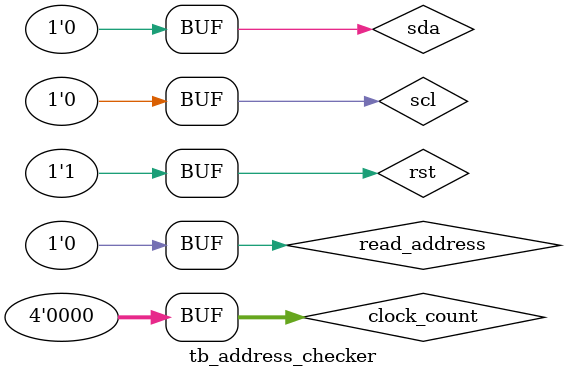
<source format=sv>

module tb_address_checker();

//Inputs
logic rst;
logic sda;
logic scl;
logic read_address;
logic [3:0] clock_count;


//Outputs
logic address_match;
logic read_bit;
logic write_bit;


address_checker DUT(rst, sda, scl, read_address, clock_count,
                    address_match, read_bit, write_bit);



initial begin
  rst = 1'b0;
  scl = 1'b0;
  sda = 1'b0;
  read_address = 1'b0;
  clock_count = 4'd0;
  #10;
  rst = 1'b1;
  #10;
  sda = 1'b1;
  read_address = 1'b1;
  #10;
  scl = 1'b1;
  #10;
  scl = 1'b0;
  #10;

  clock_count = 4'd1;
  sda = 1'b1;
  #10;
  scl = 1'b1;
  #10;
  scl = 1'b0;
  #10;

  clock_count = 4'd2;
  sda = 1'b0;
  #10;
  scl = 1'b1;
  #10;
  scl = 1'b0;
  #10;

  clock_count = 4'd3;
  sda = 1'b0;
  #10;
  scl = 1'b1;
  #10;
  scl = 1'b0;
  #10;

  clock_count = 4'd4;
  sda = 1'b1;
  #10;
  scl = 1'b1;
  #10;
  scl = 1'b0;
  #10;

  clock_count = 4'd5;
  sda = 1'b1;
  #10;
  scl = 1'b1;
  #10;
  scl = 1'b0;
  #10;

  clock_count = 4'd6;
  sda = 1'b1;
  #10;
  scl = 1'b1;
  #10;
  scl = 1'b0;
  #10;

  clock_count = 4'd7; //Read write bit
  sda = 1'b0;
  #10;
  scl = 1'b1;
  #10;
  scl = 1'b0;
  #10;


  clock_count = 4'd8;
  sda = 1'b0;
  read_address = 1'b0;
  #10;
  scl = 1'b1;
  #10;
  scl = 1'b0;
  #10;

  clock_count = 4'd0;
  sda = 1'b0;
  #10;
  scl = 1'b1;
  #10;
  scl = 1'b0;
  #10;
  //$stop;

end


endmodule: tb_address_checker

</source>
